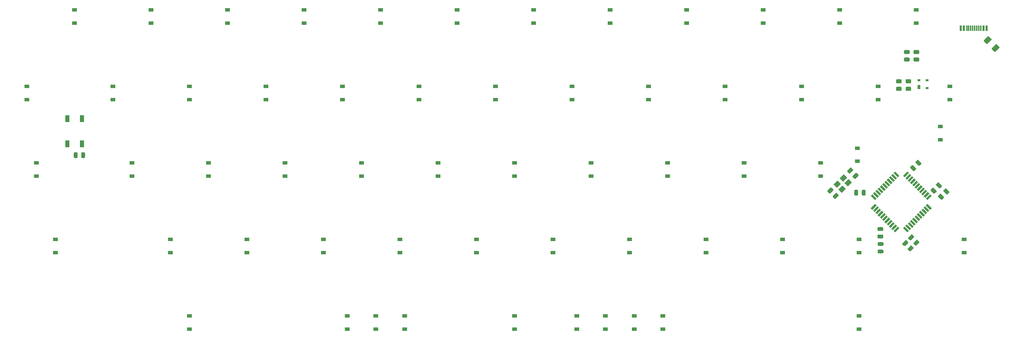
<source format=gbr>
G04 #@! TF.GenerationSoftware,KiCad,Pcbnew,(5.1.4)-1*
G04 #@! TF.CreationDate,2021-02-18T16:48:32-08:00*
G04 #@! TF.ProjectId,IBM029Punch,49424d30-3239-4507-956e-63682e6b6963,rev?*
G04 #@! TF.SameCoordinates,Original*
G04 #@! TF.FileFunction,Paste,Bot*
G04 #@! TF.FilePolarity,Positive*
%FSLAX46Y46*%
G04 Gerber Fmt 4.6, Leading zero omitted, Abs format (unit mm)*
G04 Created by KiCad (PCBNEW (5.1.4)-1) date 2021-02-18 16:48:32*
%MOMM*%
%LPD*%
G04 APERTURE LIST*
%ADD10C,1.200000*%
%ADD11C,0.100000*%
%ADD12R,0.600000X1.450000*%
%ADD13R,0.300000X1.450000*%
%ADD14C,0.550000*%
%ADD15R,0.700000X1.000000*%
%ADD16R,0.700000X0.600000*%
%ADD17R,1.100000X1.800000*%
%ADD18C,0.975000*%
%ADD19C,1.250000*%
%ADD20R,1.200000X0.900000*%
G04 APERTURE END LIST*
D10*
X243789457Y-71143905D03*
D11*
G36*
X243860168Y-70224666D02*
G01*
X244708696Y-71073194D01*
X243718746Y-72063144D01*
X242870218Y-71214616D01*
X243860168Y-70224666D01*
X243860168Y-70224666D01*
G37*
D10*
X242233822Y-72699540D03*
D11*
G36*
X242304533Y-71780301D02*
G01*
X243153061Y-72628829D01*
X242163111Y-73618779D01*
X241314583Y-72770251D01*
X242304533Y-71780301D01*
X242304533Y-71780301D01*
G37*
D10*
X243435903Y-73901621D03*
D11*
G36*
X243506614Y-72982382D02*
G01*
X244355142Y-73830910D01*
X243365192Y-74820860D01*
X242516664Y-73972332D01*
X243506614Y-72982382D01*
X243506614Y-72982382D01*
G37*
D10*
X244991538Y-72345986D03*
D11*
G36*
X245062249Y-71426747D02*
G01*
X245910777Y-72275275D01*
X244920827Y-73265225D01*
X244072299Y-72416697D01*
X245062249Y-71426747D01*
X245062249Y-71426747D01*
G37*
D12*
X279451160Y-33888860D03*
X273001160Y-33888860D03*
X278676160Y-33888860D03*
X273776160Y-33888860D03*
D13*
X274476160Y-33888860D03*
X277976160Y-33888860D03*
X274976160Y-33888860D03*
X277476160Y-33888860D03*
X275476160Y-33888860D03*
X276976160Y-33888860D03*
X276476160Y-33888860D03*
X275976160Y-33888860D03*
D14*
X259377034Y-83998871D03*
D11*
G36*
X258652250Y-83662995D02*
G01*
X259041158Y-83274087D01*
X260101818Y-84334747D01*
X259712910Y-84723655D01*
X258652250Y-83662995D01*
X258652250Y-83662995D01*
G37*
D14*
X259942719Y-83433185D03*
D11*
G36*
X259217935Y-83097309D02*
G01*
X259606843Y-82708401D01*
X260667503Y-83769061D01*
X260278595Y-84157969D01*
X259217935Y-83097309D01*
X259217935Y-83097309D01*
G37*
D14*
X260508404Y-82867500D03*
D11*
G36*
X259783620Y-82531624D02*
G01*
X260172528Y-82142716D01*
X261233188Y-83203376D01*
X260844280Y-83592284D01*
X259783620Y-82531624D01*
X259783620Y-82531624D01*
G37*
D14*
X261074090Y-82301815D03*
D11*
G36*
X260349306Y-81965939D02*
G01*
X260738214Y-81577031D01*
X261798874Y-82637691D01*
X261409966Y-83026599D01*
X260349306Y-81965939D01*
X260349306Y-81965939D01*
G37*
D14*
X261639775Y-81736129D03*
D11*
G36*
X260914991Y-81400253D02*
G01*
X261303899Y-81011345D01*
X262364559Y-82072005D01*
X261975651Y-82460913D01*
X260914991Y-81400253D01*
X260914991Y-81400253D01*
G37*
D14*
X262205461Y-81170444D03*
D11*
G36*
X261480677Y-80834568D02*
G01*
X261869585Y-80445660D01*
X262930245Y-81506320D01*
X262541337Y-81895228D01*
X261480677Y-80834568D01*
X261480677Y-80834568D01*
G37*
D14*
X262771146Y-80604758D03*
D11*
G36*
X262046362Y-80268882D02*
G01*
X262435270Y-79879974D01*
X263495930Y-80940634D01*
X263107022Y-81329542D01*
X262046362Y-80268882D01*
X262046362Y-80268882D01*
G37*
D14*
X263336832Y-80039073D03*
D11*
G36*
X262612048Y-79703197D02*
G01*
X263000956Y-79314289D01*
X264061616Y-80374949D01*
X263672708Y-80763857D01*
X262612048Y-79703197D01*
X262612048Y-79703197D01*
G37*
D14*
X263902517Y-79473387D03*
D11*
G36*
X263177733Y-79137511D02*
G01*
X263566641Y-78748603D01*
X264627301Y-79809263D01*
X264238393Y-80198171D01*
X263177733Y-79137511D01*
X263177733Y-79137511D01*
G37*
D14*
X264468202Y-78907702D03*
D11*
G36*
X263743418Y-78571826D02*
G01*
X264132326Y-78182918D01*
X265192986Y-79243578D01*
X264804078Y-79632486D01*
X263743418Y-78571826D01*
X263743418Y-78571826D01*
G37*
D14*
X265033888Y-78342017D03*
D11*
G36*
X264309104Y-78006141D02*
G01*
X264698012Y-77617233D01*
X265758672Y-78677893D01*
X265369764Y-79066801D01*
X264309104Y-78006141D01*
X264309104Y-78006141D01*
G37*
D14*
X265033888Y-75937853D03*
D11*
G36*
X264698012Y-76662637D02*
G01*
X264309104Y-76273729D01*
X265369764Y-75213069D01*
X265758672Y-75601977D01*
X264698012Y-76662637D01*
X264698012Y-76662637D01*
G37*
D14*
X264468202Y-75372168D03*
D11*
G36*
X264132326Y-76096952D02*
G01*
X263743418Y-75708044D01*
X264804078Y-74647384D01*
X265192986Y-75036292D01*
X264132326Y-76096952D01*
X264132326Y-76096952D01*
G37*
D14*
X263902517Y-74806483D03*
D11*
G36*
X263566641Y-75531267D02*
G01*
X263177733Y-75142359D01*
X264238393Y-74081699D01*
X264627301Y-74470607D01*
X263566641Y-75531267D01*
X263566641Y-75531267D01*
G37*
D14*
X263336832Y-74240797D03*
D11*
G36*
X263000956Y-74965581D02*
G01*
X262612048Y-74576673D01*
X263672708Y-73516013D01*
X264061616Y-73904921D01*
X263000956Y-74965581D01*
X263000956Y-74965581D01*
G37*
D14*
X262771146Y-73675112D03*
D11*
G36*
X262435270Y-74399896D02*
G01*
X262046362Y-74010988D01*
X263107022Y-72950328D01*
X263495930Y-73339236D01*
X262435270Y-74399896D01*
X262435270Y-74399896D01*
G37*
D14*
X262205461Y-73109426D03*
D11*
G36*
X261869585Y-73834210D02*
G01*
X261480677Y-73445302D01*
X262541337Y-72384642D01*
X262930245Y-72773550D01*
X261869585Y-73834210D01*
X261869585Y-73834210D01*
G37*
D14*
X261639775Y-72543741D03*
D11*
G36*
X261303899Y-73268525D02*
G01*
X260914991Y-72879617D01*
X261975651Y-71818957D01*
X262364559Y-72207865D01*
X261303899Y-73268525D01*
X261303899Y-73268525D01*
G37*
D14*
X261074090Y-71978055D03*
D11*
G36*
X260738214Y-72702839D02*
G01*
X260349306Y-72313931D01*
X261409966Y-71253271D01*
X261798874Y-71642179D01*
X260738214Y-72702839D01*
X260738214Y-72702839D01*
G37*
D14*
X260508404Y-71412370D03*
D11*
G36*
X260172528Y-72137154D02*
G01*
X259783620Y-71748246D01*
X260844280Y-70687586D01*
X261233188Y-71076494D01*
X260172528Y-72137154D01*
X260172528Y-72137154D01*
G37*
D14*
X259942719Y-70846685D03*
D11*
G36*
X259606843Y-71571469D02*
G01*
X259217935Y-71182561D01*
X260278595Y-70121901D01*
X260667503Y-70510809D01*
X259606843Y-71571469D01*
X259606843Y-71571469D01*
G37*
D14*
X259377034Y-70280999D03*
D11*
G36*
X259041158Y-71005783D02*
G01*
X258652250Y-70616875D01*
X259712910Y-69556215D01*
X260101818Y-69945123D01*
X259041158Y-71005783D01*
X259041158Y-71005783D01*
G37*
D14*
X256972870Y-70280999D03*
D11*
G36*
X256248086Y-69945123D02*
G01*
X256636994Y-69556215D01*
X257697654Y-70616875D01*
X257308746Y-71005783D01*
X256248086Y-69945123D01*
X256248086Y-69945123D01*
G37*
D14*
X256407185Y-70846685D03*
D11*
G36*
X255682401Y-70510809D02*
G01*
X256071309Y-70121901D01*
X257131969Y-71182561D01*
X256743061Y-71571469D01*
X255682401Y-70510809D01*
X255682401Y-70510809D01*
G37*
D14*
X255841500Y-71412370D03*
D11*
G36*
X255116716Y-71076494D02*
G01*
X255505624Y-70687586D01*
X256566284Y-71748246D01*
X256177376Y-72137154D01*
X255116716Y-71076494D01*
X255116716Y-71076494D01*
G37*
D14*
X255275814Y-71978055D03*
D11*
G36*
X254551030Y-71642179D02*
G01*
X254939938Y-71253271D01*
X256000598Y-72313931D01*
X255611690Y-72702839D01*
X254551030Y-71642179D01*
X254551030Y-71642179D01*
G37*
D14*
X254710129Y-72543741D03*
D11*
G36*
X253985345Y-72207865D02*
G01*
X254374253Y-71818957D01*
X255434913Y-72879617D01*
X255046005Y-73268525D01*
X253985345Y-72207865D01*
X253985345Y-72207865D01*
G37*
D14*
X254144443Y-73109426D03*
D11*
G36*
X253419659Y-72773550D02*
G01*
X253808567Y-72384642D01*
X254869227Y-73445302D01*
X254480319Y-73834210D01*
X253419659Y-72773550D01*
X253419659Y-72773550D01*
G37*
D14*
X253578758Y-73675112D03*
D11*
G36*
X252853974Y-73339236D02*
G01*
X253242882Y-72950328D01*
X254303542Y-74010988D01*
X253914634Y-74399896D01*
X252853974Y-73339236D01*
X252853974Y-73339236D01*
G37*
D14*
X253013072Y-74240797D03*
D11*
G36*
X252288288Y-73904921D02*
G01*
X252677196Y-73516013D01*
X253737856Y-74576673D01*
X253348948Y-74965581D01*
X252288288Y-73904921D01*
X252288288Y-73904921D01*
G37*
D14*
X252447387Y-74806483D03*
D11*
G36*
X251722603Y-74470607D02*
G01*
X252111511Y-74081699D01*
X253172171Y-75142359D01*
X252783263Y-75531267D01*
X251722603Y-74470607D01*
X251722603Y-74470607D01*
G37*
D14*
X251881702Y-75372168D03*
D11*
G36*
X251156918Y-75036292D02*
G01*
X251545826Y-74647384D01*
X252606486Y-75708044D01*
X252217578Y-76096952D01*
X251156918Y-75036292D01*
X251156918Y-75036292D01*
G37*
D14*
X251316016Y-75937853D03*
D11*
G36*
X250591232Y-75601977D02*
G01*
X250980140Y-75213069D01*
X252040800Y-76273729D01*
X251651892Y-76662637D01*
X250591232Y-75601977D01*
X250591232Y-75601977D01*
G37*
D14*
X251316016Y-78342017D03*
D11*
G36*
X250980140Y-79066801D02*
G01*
X250591232Y-78677893D01*
X251651892Y-77617233D01*
X252040800Y-78006141D01*
X250980140Y-79066801D01*
X250980140Y-79066801D01*
G37*
D14*
X251881702Y-78907702D03*
D11*
G36*
X251545826Y-79632486D02*
G01*
X251156918Y-79243578D01*
X252217578Y-78182918D01*
X252606486Y-78571826D01*
X251545826Y-79632486D01*
X251545826Y-79632486D01*
G37*
D14*
X252447387Y-79473387D03*
D11*
G36*
X252111511Y-80198171D02*
G01*
X251722603Y-79809263D01*
X252783263Y-78748603D01*
X253172171Y-79137511D01*
X252111511Y-80198171D01*
X252111511Y-80198171D01*
G37*
D14*
X253013072Y-80039073D03*
D11*
G36*
X252677196Y-80763857D02*
G01*
X252288288Y-80374949D01*
X253348948Y-79314289D01*
X253737856Y-79703197D01*
X252677196Y-80763857D01*
X252677196Y-80763857D01*
G37*
D14*
X253578758Y-80604758D03*
D11*
G36*
X253242882Y-81329542D02*
G01*
X252853974Y-80940634D01*
X253914634Y-79879974D01*
X254303542Y-80268882D01*
X253242882Y-81329542D01*
X253242882Y-81329542D01*
G37*
D14*
X254144443Y-81170444D03*
D11*
G36*
X253808567Y-81895228D02*
G01*
X253419659Y-81506320D01*
X254480319Y-80445660D01*
X254869227Y-80834568D01*
X253808567Y-81895228D01*
X253808567Y-81895228D01*
G37*
D14*
X254710129Y-81736129D03*
D11*
G36*
X254374253Y-82460913D02*
G01*
X253985345Y-82072005D01*
X255046005Y-81011345D01*
X255434913Y-81400253D01*
X254374253Y-82460913D01*
X254374253Y-82460913D01*
G37*
D14*
X255275814Y-82301815D03*
D11*
G36*
X254939938Y-83026599D02*
G01*
X254551030Y-82637691D01*
X255611690Y-81577031D01*
X256000598Y-81965939D01*
X254939938Y-83026599D01*
X254939938Y-83026599D01*
G37*
D14*
X255841500Y-82867500D03*
D11*
G36*
X255505624Y-83592284D02*
G01*
X255116716Y-83203376D01*
X256177376Y-82142716D01*
X256566284Y-82531624D01*
X255505624Y-83592284D01*
X255505624Y-83592284D01*
G37*
D14*
X256407185Y-83433185D03*
D11*
G36*
X256071309Y-84157969D02*
G01*
X255682401Y-83769061D01*
X256743061Y-82708401D01*
X257131969Y-83097309D01*
X256071309Y-84157969D01*
X256071309Y-84157969D01*
G37*
D14*
X256972870Y-83998871D03*
D11*
G36*
X256636994Y-84723655D02*
G01*
X256248086Y-84334747D01*
X257308746Y-83274087D01*
X257697654Y-83662995D01*
X256636994Y-84723655D01*
X256636994Y-84723655D01*
G37*
D15*
X262591800Y-48542600D03*
D16*
X264591800Y-48742600D03*
X262591800Y-46842600D03*
X264591800Y-46842600D03*
D17*
X50537720Y-62631500D03*
X54237720Y-56431500D03*
X54237720Y-62631500D03*
X50537720Y-56431500D03*
D11*
G36*
X266116432Y-73582849D02*
G01*
X266140093Y-73586359D01*
X266163297Y-73592171D01*
X266185819Y-73600229D01*
X266207443Y-73610457D01*
X266227960Y-73622754D01*
X266247173Y-73637004D01*
X266264897Y-73653068D01*
X266910132Y-74298303D01*
X266926196Y-74316027D01*
X266940446Y-74335240D01*
X266952743Y-74355757D01*
X266962971Y-74377381D01*
X266971029Y-74399903D01*
X266976841Y-74423107D01*
X266980351Y-74446768D01*
X266981525Y-74470660D01*
X266980351Y-74494552D01*
X266976841Y-74518213D01*
X266971029Y-74541417D01*
X266962971Y-74563939D01*
X266952743Y-74585563D01*
X266940446Y-74606080D01*
X266926196Y-74625293D01*
X266910132Y-74643017D01*
X266565417Y-74987732D01*
X266547693Y-75003796D01*
X266528480Y-75018046D01*
X266507963Y-75030343D01*
X266486339Y-75040571D01*
X266463817Y-75048629D01*
X266440613Y-75054441D01*
X266416952Y-75057951D01*
X266393060Y-75059125D01*
X266369168Y-75057951D01*
X266345507Y-75054441D01*
X266322303Y-75048629D01*
X266299781Y-75040571D01*
X266278157Y-75030343D01*
X266257640Y-75018046D01*
X266238427Y-75003796D01*
X266220703Y-74987732D01*
X265575468Y-74342497D01*
X265559404Y-74324773D01*
X265545154Y-74305560D01*
X265532857Y-74285043D01*
X265522629Y-74263419D01*
X265514571Y-74240897D01*
X265508759Y-74217693D01*
X265505249Y-74194032D01*
X265504075Y-74170140D01*
X265505249Y-74146248D01*
X265508759Y-74122587D01*
X265514571Y-74099383D01*
X265522629Y-74076861D01*
X265532857Y-74055237D01*
X265545154Y-74034720D01*
X265559404Y-74015507D01*
X265575468Y-73997783D01*
X265920183Y-73653068D01*
X265937907Y-73637004D01*
X265957120Y-73622754D01*
X265977637Y-73610457D01*
X265999261Y-73600229D01*
X266021783Y-73592171D01*
X266044987Y-73586359D01*
X266068648Y-73582849D01*
X266092540Y-73581675D01*
X266116432Y-73582849D01*
X266116432Y-73582849D01*
G37*
D18*
X266242800Y-74320400D03*
D11*
G36*
X267442258Y-72257023D02*
G01*
X267465919Y-72260533D01*
X267489123Y-72266345D01*
X267511645Y-72274403D01*
X267533269Y-72284631D01*
X267553786Y-72296928D01*
X267572999Y-72311178D01*
X267590723Y-72327242D01*
X268235958Y-72972477D01*
X268252022Y-72990201D01*
X268266272Y-73009414D01*
X268278569Y-73029931D01*
X268288797Y-73051555D01*
X268296855Y-73074077D01*
X268302667Y-73097281D01*
X268306177Y-73120942D01*
X268307351Y-73144834D01*
X268306177Y-73168726D01*
X268302667Y-73192387D01*
X268296855Y-73215591D01*
X268288797Y-73238113D01*
X268278569Y-73259737D01*
X268266272Y-73280254D01*
X268252022Y-73299467D01*
X268235958Y-73317191D01*
X267891243Y-73661906D01*
X267873519Y-73677970D01*
X267854306Y-73692220D01*
X267833789Y-73704517D01*
X267812165Y-73714745D01*
X267789643Y-73722803D01*
X267766439Y-73728615D01*
X267742778Y-73732125D01*
X267718886Y-73733299D01*
X267694994Y-73732125D01*
X267671333Y-73728615D01*
X267648129Y-73722803D01*
X267625607Y-73714745D01*
X267603983Y-73704517D01*
X267583466Y-73692220D01*
X267564253Y-73677970D01*
X267546529Y-73661906D01*
X266901294Y-73016671D01*
X266885230Y-72998947D01*
X266870980Y-72979734D01*
X266858683Y-72959217D01*
X266848455Y-72937593D01*
X266840397Y-72915071D01*
X266834585Y-72891867D01*
X266831075Y-72868206D01*
X266829901Y-72844314D01*
X266831075Y-72820422D01*
X266834585Y-72796761D01*
X266840397Y-72773557D01*
X266848455Y-72751035D01*
X266858683Y-72729411D01*
X266870980Y-72708894D01*
X266885230Y-72689681D01*
X266901294Y-72671957D01*
X267246009Y-72327242D01*
X267263733Y-72311178D01*
X267282946Y-72296928D01*
X267303463Y-72284631D01*
X267325087Y-72274403D01*
X267347609Y-72266345D01*
X267370813Y-72260533D01*
X267394474Y-72257023D01*
X267418366Y-72255849D01*
X267442258Y-72257023D01*
X267442258Y-72257023D01*
G37*
D18*
X267568626Y-72994574D03*
D11*
G36*
X260437542Y-46610944D02*
G01*
X260461203Y-46614454D01*
X260484407Y-46620266D01*
X260506929Y-46628324D01*
X260528553Y-46638552D01*
X260549070Y-46650849D01*
X260568283Y-46665099D01*
X260586007Y-46681163D01*
X260602071Y-46698887D01*
X260616321Y-46718100D01*
X260628618Y-46738617D01*
X260638846Y-46760241D01*
X260646904Y-46782763D01*
X260652716Y-46805967D01*
X260656226Y-46829628D01*
X260657400Y-46853520D01*
X260657400Y-47341020D01*
X260656226Y-47364912D01*
X260652716Y-47388573D01*
X260646904Y-47411777D01*
X260638846Y-47434299D01*
X260628618Y-47455923D01*
X260616321Y-47476440D01*
X260602071Y-47495653D01*
X260586007Y-47513377D01*
X260568283Y-47529441D01*
X260549070Y-47543691D01*
X260528553Y-47555988D01*
X260506929Y-47566216D01*
X260484407Y-47574274D01*
X260461203Y-47580086D01*
X260437542Y-47583596D01*
X260413650Y-47584770D01*
X259501150Y-47584770D01*
X259477258Y-47583596D01*
X259453597Y-47580086D01*
X259430393Y-47574274D01*
X259407871Y-47566216D01*
X259386247Y-47555988D01*
X259365730Y-47543691D01*
X259346517Y-47529441D01*
X259328793Y-47513377D01*
X259312729Y-47495653D01*
X259298479Y-47476440D01*
X259286182Y-47455923D01*
X259275954Y-47434299D01*
X259267896Y-47411777D01*
X259262084Y-47388573D01*
X259258574Y-47364912D01*
X259257400Y-47341020D01*
X259257400Y-46853520D01*
X259258574Y-46829628D01*
X259262084Y-46805967D01*
X259267896Y-46782763D01*
X259275954Y-46760241D01*
X259286182Y-46738617D01*
X259298479Y-46718100D01*
X259312729Y-46698887D01*
X259328793Y-46681163D01*
X259346517Y-46665099D01*
X259365730Y-46650849D01*
X259386247Y-46638552D01*
X259407871Y-46628324D01*
X259430393Y-46620266D01*
X259453597Y-46614454D01*
X259477258Y-46610944D01*
X259501150Y-46609770D01*
X260413650Y-46609770D01*
X260437542Y-46610944D01*
X260437542Y-46610944D01*
G37*
D18*
X259957400Y-47097270D03*
D11*
G36*
X260437542Y-48485944D02*
G01*
X260461203Y-48489454D01*
X260484407Y-48495266D01*
X260506929Y-48503324D01*
X260528553Y-48513552D01*
X260549070Y-48525849D01*
X260568283Y-48540099D01*
X260586007Y-48556163D01*
X260602071Y-48573887D01*
X260616321Y-48593100D01*
X260628618Y-48613617D01*
X260638846Y-48635241D01*
X260646904Y-48657763D01*
X260652716Y-48680967D01*
X260656226Y-48704628D01*
X260657400Y-48728520D01*
X260657400Y-49216020D01*
X260656226Y-49239912D01*
X260652716Y-49263573D01*
X260646904Y-49286777D01*
X260638846Y-49309299D01*
X260628618Y-49330923D01*
X260616321Y-49351440D01*
X260602071Y-49370653D01*
X260586007Y-49388377D01*
X260568283Y-49404441D01*
X260549070Y-49418691D01*
X260528553Y-49430988D01*
X260506929Y-49441216D01*
X260484407Y-49449274D01*
X260461203Y-49455086D01*
X260437542Y-49458596D01*
X260413650Y-49459770D01*
X259501150Y-49459770D01*
X259477258Y-49458596D01*
X259453597Y-49455086D01*
X259430393Y-49449274D01*
X259407871Y-49441216D01*
X259386247Y-49430988D01*
X259365730Y-49418691D01*
X259346517Y-49404441D01*
X259328793Y-49388377D01*
X259312729Y-49370653D01*
X259298479Y-49351440D01*
X259286182Y-49330923D01*
X259275954Y-49309299D01*
X259267896Y-49286777D01*
X259262084Y-49263573D01*
X259258574Y-49239912D01*
X259257400Y-49216020D01*
X259257400Y-48728520D01*
X259258574Y-48704628D01*
X259262084Y-48680967D01*
X259267896Y-48657763D01*
X259275954Y-48635241D01*
X259286182Y-48613617D01*
X259298479Y-48593100D01*
X259312729Y-48573887D01*
X259328793Y-48556163D01*
X259346517Y-48540099D01*
X259365730Y-48525849D01*
X259386247Y-48513552D01*
X259407871Y-48503324D01*
X259430393Y-48495266D01*
X259453597Y-48489454D01*
X259477258Y-48485944D01*
X259501150Y-48484770D01*
X260413650Y-48484770D01*
X260437542Y-48485944D01*
X260437542Y-48485944D01*
G37*
D18*
X259957400Y-48972270D03*
D11*
G36*
X258056282Y-46610944D02*
G01*
X258079943Y-46614454D01*
X258103147Y-46620266D01*
X258125669Y-46628324D01*
X258147293Y-46638552D01*
X258167810Y-46650849D01*
X258187023Y-46665099D01*
X258204747Y-46681163D01*
X258220811Y-46698887D01*
X258235061Y-46718100D01*
X258247358Y-46738617D01*
X258257586Y-46760241D01*
X258265644Y-46782763D01*
X258271456Y-46805967D01*
X258274966Y-46829628D01*
X258276140Y-46853520D01*
X258276140Y-47341020D01*
X258274966Y-47364912D01*
X258271456Y-47388573D01*
X258265644Y-47411777D01*
X258257586Y-47434299D01*
X258247358Y-47455923D01*
X258235061Y-47476440D01*
X258220811Y-47495653D01*
X258204747Y-47513377D01*
X258187023Y-47529441D01*
X258167810Y-47543691D01*
X258147293Y-47555988D01*
X258125669Y-47566216D01*
X258103147Y-47574274D01*
X258079943Y-47580086D01*
X258056282Y-47583596D01*
X258032390Y-47584770D01*
X257119890Y-47584770D01*
X257095998Y-47583596D01*
X257072337Y-47580086D01*
X257049133Y-47574274D01*
X257026611Y-47566216D01*
X257004987Y-47555988D01*
X256984470Y-47543691D01*
X256965257Y-47529441D01*
X256947533Y-47513377D01*
X256931469Y-47495653D01*
X256917219Y-47476440D01*
X256904922Y-47455923D01*
X256894694Y-47434299D01*
X256886636Y-47411777D01*
X256880824Y-47388573D01*
X256877314Y-47364912D01*
X256876140Y-47341020D01*
X256876140Y-46853520D01*
X256877314Y-46829628D01*
X256880824Y-46805967D01*
X256886636Y-46782763D01*
X256894694Y-46760241D01*
X256904922Y-46738617D01*
X256917219Y-46718100D01*
X256931469Y-46698887D01*
X256947533Y-46681163D01*
X256965257Y-46665099D01*
X256984470Y-46650849D01*
X257004987Y-46638552D01*
X257026611Y-46628324D01*
X257049133Y-46620266D01*
X257072337Y-46614454D01*
X257095998Y-46610944D01*
X257119890Y-46609770D01*
X258032390Y-46609770D01*
X258056282Y-46610944D01*
X258056282Y-46610944D01*
G37*
D18*
X257576140Y-47097270D03*
D11*
G36*
X258056282Y-48485944D02*
G01*
X258079943Y-48489454D01*
X258103147Y-48495266D01*
X258125669Y-48503324D01*
X258147293Y-48513552D01*
X258167810Y-48525849D01*
X258187023Y-48540099D01*
X258204747Y-48556163D01*
X258220811Y-48573887D01*
X258235061Y-48593100D01*
X258247358Y-48613617D01*
X258257586Y-48635241D01*
X258265644Y-48657763D01*
X258271456Y-48680967D01*
X258274966Y-48704628D01*
X258276140Y-48728520D01*
X258276140Y-49216020D01*
X258274966Y-49239912D01*
X258271456Y-49263573D01*
X258265644Y-49286777D01*
X258257586Y-49309299D01*
X258247358Y-49330923D01*
X258235061Y-49351440D01*
X258220811Y-49370653D01*
X258204747Y-49388377D01*
X258187023Y-49404441D01*
X258167810Y-49418691D01*
X258147293Y-49430988D01*
X258125669Y-49441216D01*
X258103147Y-49449274D01*
X258079943Y-49455086D01*
X258056282Y-49458596D01*
X258032390Y-49459770D01*
X257119890Y-49459770D01*
X257095998Y-49458596D01*
X257072337Y-49455086D01*
X257049133Y-49449274D01*
X257026611Y-49441216D01*
X257004987Y-49430988D01*
X256984470Y-49418691D01*
X256965257Y-49404441D01*
X256947533Y-49388377D01*
X256931469Y-49370653D01*
X256917219Y-49351440D01*
X256904922Y-49330923D01*
X256894694Y-49309299D01*
X256886636Y-49286777D01*
X256880824Y-49263573D01*
X256877314Y-49239912D01*
X256876140Y-49216020D01*
X256876140Y-48728520D01*
X256877314Y-48704628D01*
X256880824Y-48680967D01*
X256886636Y-48657763D01*
X256894694Y-48635241D01*
X256904922Y-48613617D01*
X256917219Y-48593100D01*
X256931469Y-48573887D01*
X256947533Y-48556163D01*
X256965257Y-48540099D01*
X256984470Y-48525849D01*
X257004987Y-48513552D01*
X257026611Y-48503324D01*
X257049133Y-48495266D01*
X257072337Y-48489454D01*
X257095998Y-48485944D01*
X257119890Y-48484770D01*
X258032390Y-48484770D01*
X258056282Y-48485944D01*
X258056282Y-48485944D01*
G37*
D18*
X257576140Y-48972270D03*
D11*
G36*
X54783492Y-64785824D02*
G01*
X54807153Y-64789334D01*
X54830357Y-64795146D01*
X54852879Y-64803204D01*
X54874503Y-64813432D01*
X54895020Y-64825729D01*
X54914233Y-64839979D01*
X54931957Y-64856043D01*
X54948021Y-64873767D01*
X54962271Y-64892980D01*
X54974568Y-64913497D01*
X54984796Y-64935121D01*
X54992854Y-64957643D01*
X54998666Y-64980847D01*
X55002176Y-65004508D01*
X55003350Y-65028400D01*
X55003350Y-65940900D01*
X55002176Y-65964792D01*
X54998666Y-65988453D01*
X54992854Y-66011657D01*
X54984796Y-66034179D01*
X54974568Y-66055803D01*
X54962271Y-66076320D01*
X54948021Y-66095533D01*
X54931957Y-66113257D01*
X54914233Y-66129321D01*
X54895020Y-66143571D01*
X54874503Y-66155868D01*
X54852879Y-66166096D01*
X54830357Y-66174154D01*
X54807153Y-66179966D01*
X54783492Y-66183476D01*
X54759600Y-66184650D01*
X54272100Y-66184650D01*
X54248208Y-66183476D01*
X54224547Y-66179966D01*
X54201343Y-66174154D01*
X54178821Y-66166096D01*
X54157197Y-66155868D01*
X54136680Y-66143571D01*
X54117467Y-66129321D01*
X54099743Y-66113257D01*
X54083679Y-66095533D01*
X54069429Y-66076320D01*
X54057132Y-66055803D01*
X54046904Y-66034179D01*
X54038846Y-66011657D01*
X54033034Y-65988453D01*
X54029524Y-65964792D01*
X54028350Y-65940900D01*
X54028350Y-65028400D01*
X54029524Y-65004508D01*
X54033034Y-64980847D01*
X54038846Y-64957643D01*
X54046904Y-64935121D01*
X54057132Y-64913497D01*
X54069429Y-64892980D01*
X54083679Y-64873767D01*
X54099743Y-64856043D01*
X54117467Y-64839979D01*
X54136680Y-64825729D01*
X54157197Y-64813432D01*
X54178821Y-64803204D01*
X54201343Y-64795146D01*
X54224547Y-64789334D01*
X54248208Y-64785824D01*
X54272100Y-64784650D01*
X54759600Y-64784650D01*
X54783492Y-64785824D01*
X54783492Y-64785824D01*
G37*
D18*
X54515850Y-65484650D03*
D11*
G36*
X52908492Y-64785824D02*
G01*
X52932153Y-64789334D01*
X52955357Y-64795146D01*
X52977879Y-64803204D01*
X52999503Y-64813432D01*
X53020020Y-64825729D01*
X53039233Y-64839979D01*
X53056957Y-64856043D01*
X53073021Y-64873767D01*
X53087271Y-64892980D01*
X53099568Y-64913497D01*
X53109796Y-64935121D01*
X53117854Y-64957643D01*
X53123666Y-64980847D01*
X53127176Y-65004508D01*
X53128350Y-65028400D01*
X53128350Y-65940900D01*
X53127176Y-65964792D01*
X53123666Y-65988453D01*
X53117854Y-66011657D01*
X53109796Y-66034179D01*
X53099568Y-66055803D01*
X53087271Y-66076320D01*
X53073021Y-66095533D01*
X53056957Y-66113257D01*
X53039233Y-66129321D01*
X53020020Y-66143571D01*
X52999503Y-66155868D01*
X52977879Y-66166096D01*
X52955357Y-66174154D01*
X52932153Y-66179966D01*
X52908492Y-66183476D01*
X52884600Y-66184650D01*
X52397100Y-66184650D01*
X52373208Y-66183476D01*
X52349547Y-66179966D01*
X52326343Y-66174154D01*
X52303821Y-66166096D01*
X52282197Y-66155868D01*
X52261680Y-66143571D01*
X52242467Y-66129321D01*
X52224743Y-66113257D01*
X52208679Y-66095533D01*
X52194429Y-66076320D01*
X52182132Y-66055803D01*
X52171904Y-66034179D01*
X52163846Y-66011657D01*
X52158034Y-65988453D01*
X52154524Y-65964792D01*
X52153350Y-65940900D01*
X52153350Y-65028400D01*
X52154524Y-65004508D01*
X52158034Y-64980847D01*
X52163846Y-64957643D01*
X52171904Y-64935121D01*
X52182132Y-64913497D01*
X52194429Y-64892980D01*
X52208679Y-64873767D01*
X52224743Y-64856043D01*
X52242467Y-64839979D01*
X52261680Y-64825729D01*
X52282197Y-64813432D01*
X52303821Y-64803204D01*
X52326343Y-64795146D01*
X52349547Y-64789334D01*
X52373208Y-64785824D01*
X52397100Y-64784650D01*
X52884600Y-64784650D01*
X52908492Y-64785824D01*
X52908492Y-64785824D01*
G37*
D18*
X52640850Y-65484650D03*
D11*
G36*
X260037482Y-39310724D02*
G01*
X260061143Y-39314234D01*
X260084347Y-39320046D01*
X260106869Y-39328104D01*
X260128493Y-39338332D01*
X260149010Y-39350629D01*
X260168223Y-39364879D01*
X260185947Y-39380943D01*
X260202011Y-39398667D01*
X260216261Y-39417880D01*
X260228558Y-39438397D01*
X260238786Y-39460021D01*
X260246844Y-39482543D01*
X260252656Y-39505747D01*
X260256166Y-39529408D01*
X260257340Y-39553300D01*
X260257340Y-40040800D01*
X260256166Y-40064692D01*
X260252656Y-40088353D01*
X260246844Y-40111557D01*
X260238786Y-40134079D01*
X260228558Y-40155703D01*
X260216261Y-40176220D01*
X260202011Y-40195433D01*
X260185947Y-40213157D01*
X260168223Y-40229221D01*
X260149010Y-40243471D01*
X260128493Y-40255768D01*
X260106869Y-40265996D01*
X260084347Y-40274054D01*
X260061143Y-40279866D01*
X260037482Y-40283376D01*
X260013590Y-40284550D01*
X259101090Y-40284550D01*
X259077198Y-40283376D01*
X259053537Y-40279866D01*
X259030333Y-40274054D01*
X259007811Y-40265996D01*
X258986187Y-40255768D01*
X258965670Y-40243471D01*
X258946457Y-40229221D01*
X258928733Y-40213157D01*
X258912669Y-40195433D01*
X258898419Y-40176220D01*
X258886122Y-40155703D01*
X258875894Y-40134079D01*
X258867836Y-40111557D01*
X258862024Y-40088353D01*
X258858514Y-40064692D01*
X258857340Y-40040800D01*
X258857340Y-39553300D01*
X258858514Y-39529408D01*
X258862024Y-39505747D01*
X258867836Y-39482543D01*
X258875894Y-39460021D01*
X258886122Y-39438397D01*
X258898419Y-39417880D01*
X258912669Y-39398667D01*
X258928733Y-39380943D01*
X258946457Y-39364879D01*
X258965670Y-39350629D01*
X258986187Y-39338332D01*
X259007811Y-39328104D01*
X259030333Y-39320046D01*
X259053537Y-39314234D01*
X259077198Y-39310724D01*
X259101090Y-39309550D01*
X260013590Y-39309550D01*
X260037482Y-39310724D01*
X260037482Y-39310724D01*
G37*
D18*
X259557340Y-39797050D03*
D11*
G36*
X260037482Y-41185724D02*
G01*
X260061143Y-41189234D01*
X260084347Y-41195046D01*
X260106869Y-41203104D01*
X260128493Y-41213332D01*
X260149010Y-41225629D01*
X260168223Y-41239879D01*
X260185947Y-41255943D01*
X260202011Y-41273667D01*
X260216261Y-41292880D01*
X260228558Y-41313397D01*
X260238786Y-41335021D01*
X260246844Y-41357543D01*
X260252656Y-41380747D01*
X260256166Y-41404408D01*
X260257340Y-41428300D01*
X260257340Y-41915800D01*
X260256166Y-41939692D01*
X260252656Y-41963353D01*
X260246844Y-41986557D01*
X260238786Y-42009079D01*
X260228558Y-42030703D01*
X260216261Y-42051220D01*
X260202011Y-42070433D01*
X260185947Y-42088157D01*
X260168223Y-42104221D01*
X260149010Y-42118471D01*
X260128493Y-42130768D01*
X260106869Y-42140996D01*
X260084347Y-42149054D01*
X260061143Y-42154866D01*
X260037482Y-42158376D01*
X260013590Y-42159550D01*
X259101090Y-42159550D01*
X259077198Y-42158376D01*
X259053537Y-42154866D01*
X259030333Y-42149054D01*
X259007811Y-42140996D01*
X258986187Y-42130768D01*
X258965670Y-42118471D01*
X258946457Y-42104221D01*
X258928733Y-42088157D01*
X258912669Y-42070433D01*
X258898419Y-42051220D01*
X258886122Y-42030703D01*
X258875894Y-42009079D01*
X258867836Y-41986557D01*
X258862024Y-41963353D01*
X258858514Y-41939692D01*
X258857340Y-41915800D01*
X258857340Y-41428300D01*
X258858514Y-41404408D01*
X258862024Y-41380747D01*
X258867836Y-41357543D01*
X258875894Y-41335021D01*
X258886122Y-41313397D01*
X258898419Y-41292880D01*
X258912669Y-41273667D01*
X258928733Y-41255943D01*
X258946457Y-41239879D01*
X258965670Y-41225629D01*
X258986187Y-41213332D01*
X259007811Y-41203104D01*
X259030333Y-41195046D01*
X259053537Y-41189234D01*
X259077198Y-41185724D01*
X259101090Y-41184550D01*
X260013590Y-41184550D01*
X260037482Y-41185724D01*
X260037482Y-41185724D01*
G37*
D18*
X259557340Y-41672050D03*
D11*
G36*
X262418742Y-39310724D02*
G01*
X262442403Y-39314234D01*
X262465607Y-39320046D01*
X262488129Y-39328104D01*
X262509753Y-39338332D01*
X262530270Y-39350629D01*
X262549483Y-39364879D01*
X262567207Y-39380943D01*
X262583271Y-39398667D01*
X262597521Y-39417880D01*
X262609818Y-39438397D01*
X262620046Y-39460021D01*
X262628104Y-39482543D01*
X262633916Y-39505747D01*
X262637426Y-39529408D01*
X262638600Y-39553300D01*
X262638600Y-40040800D01*
X262637426Y-40064692D01*
X262633916Y-40088353D01*
X262628104Y-40111557D01*
X262620046Y-40134079D01*
X262609818Y-40155703D01*
X262597521Y-40176220D01*
X262583271Y-40195433D01*
X262567207Y-40213157D01*
X262549483Y-40229221D01*
X262530270Y-40243471D01*
X262509753Y-40255768D01*
X262488129Y-40265996D01*
X262465607Y-40274054D01*
X262442403Y-40279866D01*
X262418742Y-40283376D01*
X262394850Y-40284550D01*
X261482350Y-40284550D01*
X261458458Y-40283376D01*
X261434797Y-40279866D01*
X261411593Y-40274054D01*
X261389071Y-40265996D01*
X261367447Y-40255768D01*
X261346930Y-40243471D01*
X261327717Y-40229221D01*
X261309993Y-40213157D01*
X261293929Y-40195433D01*
X261279679Y-40176220D01*
X261267382Y-40155703D01*
X261257154Y-40134079D01*
X261249096Y-40111557D01*
X261243284Y-40088353D01*
X261239774Y-40064692D01*
X261238600Y-40040800D01*
X261238600Y-39553300D01*
X261239774Y-39529408D01*
X261243284Y-39505747D01*
X261249096Y-39482543D01*
X261257154Y-39460021D01*
X261267382Y-39438397D01*
X261279679Y-39417880D01*
X261293929Y-39398667D01*
X261309993Y-39380943D01*
X261327717Y-39364879D01*
X261346930Y-39350629D01*
X261367447Y-39338332D01*
X261389071Y-39328104D01*
X261411593Y-39320046D01*
X261434797Y-39314234D01*
X261458458Y-39310724D01*
X261482350Y-39309550D01*
X262394850Y-39309550D01*
X262418742Y-39310724D01*
X262418742Y-39310724D01*
G37*
D18*
X261938600Y-39797050D03*
D11*
G36*
X262418742Y-41185724D02*
G01*
X262442403Y-41189234D01*
X262465607Y-41195046D01*
X262488129Y-41203104D01*
X262509753Y-41213332D01*
X262530270Y-41225629D01*
X262549483Y-41239879D01*
X262567207Y-41255943D01*
X262583271Y-41273667D01*
X262597521Y-41292880D01*
X262609818Y-41313397D01*
X262620046Y-41335021D01*
X262628104Y-41357543D01*
X262633916Y-41380747D01*
X262637426Y-41404408D01*
X262638600Y-41428300D01*
X262638600Y-41915800D01*
X262637426Y-41939692D01*
X262633916Y-41963353D01*
X262628104Y-41986557D01*
X262620046Y-42009079D01*
X262609818Y-42030703D01*
X262597521Y-42051220D01*
X262583271Y-42070433D01*
X262567207Y-42088157D01*
X262549483Y-42104221D01*
X262530270Y-42118471D01*
X262509753Y-42130768D01*
X262488129Y-42140996D01*
X262465607Y-42149054D01*
X262442403Y-42154866D01*
X262418742Y-42158376D01*
X262394850Y-42159550D01*
X261482350Y-42159550D01*
X261458458Y-42158376D01*
X261434797Y-42154866D01*
X261411593Y-42149054D01*
X261389071Y-42140996D01*
X261367447Y-42130768D01*
X261346930Y-42118471D01*
X261327717Y-42104221D01*
X261309993Y-42088157D01*
X261293929Y-42070433D01*
X261279679Y-42051220D01*
X261267382Y-42030703D01*
X261257154Y-42009079D01*
X261249096Y-41986557D01*
X261243284Y-41963353D01*
X261239774Y-41939692D01*
X261238600Y-41915800D01*
X261238600Y-41428300D01*
X261239774Y-41404408D01*
X261243284Y-41380747D01*
X261249096Y-41357543D01*
X261257154Y-41335021D01*
X261267382Y-41313397D01*
X261279679Y-41292880D01*
X261293929Y-41273667D01*
X261309993Y-41255943D01*
X261327717Y-41239879D01*
X261346930Y-41225629D01*
X261367447Y-41213332D01*
X261389071Y-41203104D01*
X261411593Y-41195046D01*
X261434797Y-41189234D01*
X261458458Y-41185724D01*
X261482350Y-41184550D01*
X262394850Y-41184550D01*
X262418742Y-41185724D01*
X262418742Y-41185724D01*
G37*
D18*
X261938600Y-41672050D03*
D11*
G36*
X279907383Y-35875399D02*
G01*
X279931652Y-35878999D01*
X279955450Y-35884960D01*
X279978550Y-35893225D01*
X280000728Y-35903715D01*
X280021772Y-35916328D01*
X280041477Y-35930942D01*
X280059656Y-35947418D01*
X280589986Y-36477748D01*
X280606462Y-36495927D01*
X280621076Y-36515632D01*
X280633689Y-36536676D01*
X280644179Y-36558854D01*
X280652444Y-36581954D01*
X280658405Y-36605752D01*
X280662005Y-36630021D01*
X280663209Y-36654525D01*
X280662005Y-36679029D01*
X280658405Y-36703298D01*
X280652444Y-36727096D01*
X280644179Y-36750196D01*
X280633689Y-36772374D01*
X280621076Y-36793418D01*
X280606462Y-36813123D01*
X280589986Y-36831302D01*
X279706102Y-37715186D01*
X279687923Y-37731662D01*
X279668218Y-37746276D01*
X279647174Y-37758889D01*
X279624996Y-37769379D01*
X279601896Y-37777644D01*
X279578098Y-37783605D01*
X279553829Y-37787205D01*
X279529325Y-37788409D01*
X279504821Y-37787205D01*
X279480552Y-37783605D01*
X279456754Y-37777644D01*
X279433654Y-37769379D01*
X279411476Y-37758889D01*
X279390432Y-37746276D01*
X279370727Y-37731662D01*
X279352548Y-37715186D01*
X278822218Y-37184856D01*
X278805742Y-37166677D01*
X278791128Y-37146972D01*
X278778515Y-37125928D01*
X278768025Y-37103750D01*
X278759760Y-37080650D01*
X278753799Y-37056852D01*
X278750199Y-37032583D01*
X278748995Y-37008079D01*
X278750199Y-36983575D01*
X278753799Y-36959306D01*
X278759760Y-36935508D01*
X278768025Y-36912408D01*
X278778515Y-36890230D01*
X278791128Y-36869186D01*
X278805742Y-36849481D01*
X278822218Y-36831302D01*
X279706102Y-35947418D01*
X279724281Y-35930942D01*
X279743986Y-35916328D01*
X279765030Y-35903715D01*
X279787208Y-35893225D01*
X279810308Y-35884960D01*
X279834106Y-35878999D01*
X279858375Y-35875399D01*
X279882879Y-35874195D01*
X279907383Y-35875399D01*
X279907383Y-35875399D01*
G37*
D19*
X279706102Y-36831302D03*
D11*
G36*
X281887281Y-37855297D02*
G01*
X281911550Y-37858897D01*
X281935348Y-37864858D01*
X281958448Y-37873123D01*
X281980626Y-37883613D01*
X282001670Y-37896226D01*
X282021375Y-37910840D01*
X282039554Y-37927316D01*
X282569884Y-38457646D01*
X282586360Y-38475825D01*
X282600974Y-38495530D01*
X282613587Y-38516574D01*
X282624077Y-38538752D01*
X282632342Y-38561852D01*
X282638303Y-38585650D01*
X282641903Y-38609919D01*
X282643107Y-38634423D01*
X282641903Y-38658927D01*
X282638303Y-38683196D01*
X282632342Y-38706994D01*
X282624077Y-38730094D01*
X282613587Y-38752272D01*
X282600974Y-38773316D01*
X282586360Y-38793021D01*
X282569884Y-38811200D01*
X281686000Y-39695084D01*
X281667821Y-39711560D01*
X281648116Y-39726174D01*
X281627072Y-39738787D01*
X281604894Y-39749277D01*
X281581794Y-39757542D01*
X281557996Y-39763503D01*
X281533727Y-39767103D01*
X281509223Y-39768307D01*
X281484719Y-39767103D01*
X281460450Y-39763503D01*
X281436652Y-39757542D01*
X281413552Y-39749277D01*
X281391374Y-39738787D01*
X281370330Y-39726174D01*
X281350625Y-39711560D01*
X281332446Y-39695084D01*
X280802116Y-39164754D01*
X280785640Y-39146575D01*
X280771026Y-39126870D01*
X280758413Y-39105826D01*
X280747923Y-39083648D01*
X280739658Y-39060548D01*
X280733697Y-39036750D01*
X280730097Y-39012481D01*
X280728893Y-38987977D01*
X280730097Y-38963473D01*
X280733697Y-38939204D01*
X280739658Y-38915406D01*
X280747923Y-38892306D01*
X280758413Y-38870128D01*
X280771026Y-38849084D01*
X280785640Y-38829379D01*
X280802116Y-38811200D01*
X281686000Y-37927316D01*
X281704179Y-37910840D01*
X281723884Y-37896226D01*
X281744928Y-37883613D01*
X281767106Y-37873123D01*
X281790206Y-37864858D01*
X281814004Y-37858897D01*
X281838273Y-37855297D01*
X281862777Y-37854093D01*
X281887281Y-37855297D01*
X281887281Y-37855297D01*
G37*
D19*
X281686000Y-38811200D03*
D20*
X247651040Y-105506700D03*
X247651040Y-108806700D03*
X198835210Y-105506700D03*
X198835210Y-108806700D03*
X191691430Y-105506700D03*
X191691430Y-108806700D03*
X184547650Y-105506700D03*
X184547650Y-108806700D03*
X177403870Y-105506700D03*
X177403870Y-108806700D03*
X161925680Y-105506700D03*
X161925680Y-108806700D03*
X134541190Y-105506700D03*
X134541190Y-108806700D03*
X127397410Y-105506700D03*
X127397410Y-108806700D03*
X120253630Y-105506700D03*
X120253630Y-108806700D03*
X80962840Y-105506700D03*
X80962840Y-108806700D03*
X273844900Y-86456620D03*
X273844900Y-89756620D03*
X247651040Y-86456620D03*
X247651040Y-89756620D03*
X228600960Y-86456620D03*
X228600960Y-89756620D03*
X209550880Y-86456620D03*
X209550880Y-89756620D03*
X190500800Y-86456620D03*
X190500800Y-89756620D03*
X171450720Y-86456620D03*
X171450720Y-89756620D03*
X152400640Y-86456620D03*
X152400640Y-89756620D03*
X133350560Y-86456620D03*
X133350560Y-89756620D03*
X114300480Y-86456620D03*
X114300480Y-89756620D03*
X95250400Y-86456620D03*
X95250400Y-89756620D03*
X76200320Y-86456620D03*
X76200320Y-89756620D03*
X47625200Y-86456620D03*
X47625200Y-89756620D03*
X267891750Y-58340870D03*
X267891750Y-61640870D03*
X247218200Y-63728600D03*
X247218200Y-67028600D03*
X238126000Y-67406540D03*
X238126000Y-70706540D03*
X219075920Y-67406540D03*
X219075920Y-70706540D03*
X200025840Y-67406540D03*
X200025840Y-70706540D03*
X180975760Y-67406540D03*
X180975760Y-70706540D03*
X161925680Y-67406540D03*
X161925680Y-70706540D03*
X142875600Y-67406540D03*
X142875600Y-70706540D03*
X123825520Y-67406540D03*
X123825520Y-70706540D03*
X104775440Y-67406540D03*
X104775440Y-70706540D03*
X85725360Y-67406540D03*
X85725360Y-70706540D03*
X66675280Y-67406540D03*
X66675280Y-70706540D03*
X42862680Y-67406540D03*
X42862680Y-70706540D03*
X270273010Y-48356460D03*
X270273010Y-51656460D03*
X252413560Y-48356460D03*
X252413560Y-51656460D03*
X233363480Y-48356460D03*
X233363480Y-51656460D03*
X214313400Y-48356460D03*
X214313400Y-51656460D03*
X195263320Y-48356460D03*
X195263320Y-51656460D03*
X176213240Y-48356460D03*
X176213240Y-51656460D03*
X157163160Y-48356460D03*
X157163160Y-51656460D03*
X138113080Y-48356460D03*
X138113080Y-51656460D03*
X119063000Y-48356460D03*
X119063000Y-51656460D03*
X100012920Y-48356460D03*
X100012920Y-51656460D03*
X80962840Y-48356460D03*
X80962840Y-51656460D03*
X61912760Y-48356460D03*
X61912760Y-51656460D03*
X40481420Y-48356460D03*
X40481420Y-51656460D03*
X261938600Y-29306380D03*
X261938600Y-32606380D03*
X242888520Y-29306380D03*
X242888520Y-32606380D03*
X223838440Y-29306380D03*
X223838440Y-32606380D03*
X204788360Y-29306380D03*
X204788360Y-32606380D03*
X185738280Y-29306380D03*
X185738280Y-32606380D03*
X166688200Y-29306380D03*
X166688200Y-32606380D03*
X147638120Y-29306380D03*
X147638120Y-32606380D03*
X128588040Y-29306380D03*
X128588040Y-32606380D03*
X109537960Y-29306380D03*
X109537960Y-32606380D03*
X90487880Y-29306380D03*
X90487880Y-32606380D03*
X71437800Y-29306380D03*
X71437800Y-32606380D03*
X52387720Y-29306380D03*
X52387720Y-32606380D03*
D11*
G36*
X253514942Y-88993275D02*
G01*
X253538603Y-88996785D01*
X253561807Y-89002597D01*
X253584329Y-89010655D01*
X253605953Y-89020883D01*
X253626470Y-89033180D01*
X253645683Y-89047430D01*
X253663407Y-89063494D01*
X253679471Y-89081218D01*
X253693721Y-89100431D01*
X253706018Y-89120948D01*
X253716246Y-89142572D01*
X253724304Y-89165094D01*
X253730116Y-89188298D01*
X253733626Y-89211959D01*
X253734800Y-89235851D01*
X253734800Y-89723351D01*
X253733626Y-89747243D01*
X253730116Y-89770904D01*
X253724304Y-89794108D01*
X253716246Y-89816630D01*
X253706018Y-89838254D01*
X253693721Y-89858771D01*
X253679471Y-89877984D01*
X253663407Y-89895708D01*
X253645683Y-89911772D01*
X253626470Y-89926022D01*
X253605953Y-89938319D01*
X253584329Y-89948547D01*
X253561807Y-89956605D01*
X253538603Y-89962417D01*
X253514942Y-89965927D01*
X253491050Y-89967101D01*
X252578550Y-89967101D01*
X252554658Y-89965927D01*
X252530997Y-89962417D01*
X252507793Y-89956605D01*
X252485271Y-89948547D01*
X252463647Y-89938319D01*
X252443130Y-89926022D01*
X252423917Y-89911772D01*
X252406193Y-89895708D01*
X252390129Y-89877984D01*
X252375879Y-89858771D01*
X252363582Y-89838254D01*
X252353354Y-89816630D01*
X252345296Y-89794108D01*
X252339484Y-89770904D01*
X252335974Y-89747243D01*
X252334800Y-89723351D01*
X252334800Y-89235851D01*
X252335974Y-89211959D01*
X252339484Y-89188298D01*
X252345296Y-89165094D01*
X252353354Y-89142572D01*
X252363582Y-89120948D01*
X252375879Y-89100431D01*
X252390129Y-89081218D01*
X252406193Y-89063494D01*
X252423917Y-89047430D01*
X252443130Y-89033180D01*
X252463647Y-89020883D01*
X252485271Y-89010655D01*
X252507793Y-89002597D01*
X252530997Y-88996785D01*
X252554658Y-88993275D01*
X252578550Y-88992101D01*
X253491050Y-88992101D01*
X253514942Y-88993275D01*
X253514942Y-88993275D01*
G37*
D18*
X253034800Y-89479601D03*
D11*
G36*
X253514942Y-87118275D02*
G01*
X253538603Y-87121785D01*
X253561807Y-87127597D01*
X253584329Y-87135655D01*
X253605953Y-87145883D01*
X253626470Y-87158180D01*
X253645683Y-87172430D01*
X253663407Y-87188494D01*
X253679471Y-87206218D01*
X253693721Y-87225431D01*
X253706018Y-87245948D01*
X253716246Y-87267572D01*
X253724304Y-87290094D01*
X253730116Y-87313298D01*
X253733626Y-87336959D01*
X253734800Y-87360851D01*
X253734800Y-87848351D01*
X253733626Y-87872243D01*
X253730116Y-87895904D01*
X253724304Y-87919108D01*
X253716246Y-87941630D01*
X253706018Y-87963254D01*
X253693721Y-87983771D01*
X253679471Y-88002984D01*
X253663407Y-88020708D01*
X253645683Y-88036772D01*
X253626470Y-88051022D01*
X253605953Y-88063319D01*
X253584329Y-88073547D01*
X253561807Y-88081605D01*
X253538603Y-88087417D01*
X253514942Y-88090927D01*
X253491050Y-88092101D01*
X252578550Y-88092101D01*
X252554658Y-88090927D01*
X252530997Y-88087417D01*
X252507793Y-88081605D01*
X252485271Y-88073547D01*
X252463647Y-88063319D01*
X252443130Y-88051022D01*
X252423917Y-88036772D01*
X252406193Y-88020708D01*
X252390129Y-88002984D01*
X252375879Y-87983771D01*
X252363582Y-87963254D01*
X252353354Y-87941630D01*
X252345296Y-87919108D01*
X252339484Y-87895904D01*
X252335974Y-87872243D01*
X252334800Y-87848351D01*
X252334800Y-87360851D01*
X252335974Y-87336959D01*
X252339484Y-87313298D01*
X252345296Y-87290094D01*
X252353354Y-87267572D01*
X252363582Y-87245948D01*
X252375879Y-87225431D01*
X252390129Y-87206218D01*
X252406193Y-87188494D01*
X252423917Y-87172430D01*
X252443130Y-87158180D01*
X252463647Y-87145883D01*
X252485271Y-87135655D01*
X252507793Y-87127597D01*
X252530997Y-87121785D01*
X252554658Y-87118275D01*
X252578550Y-87117101D01*
X253491050Y-87117101D01*
X253514942Y-87118275D01*
X253514942Y-87118275D01*
G37*
D18*
X253034800Y-87604601D03*
D11*
G36*
X269266032Y-73786049D02*
G01*
X269289693Y-73789559D01*
X269312897Y-73795371D01*
X269335419Y-73803429D01*
X269357043Y-73813657D01*
X269377560Y-73825954D01*
X269396773Y-73840204D01*
X269414497Y-73856268D01*
X270059732Y-74501503D01*
X270075796Y-74519227D01*
X270090046Y-74538440D01*
X270102343Y-74558957D01*
X270112571Y-74580581D01*
X270120629Y-74603103D01*
X270126441Y-74626307D01*
X270129951Y-74649968D01*
X270131125Y-74673860D01*
X270129951Y-74697752D01*
X270126441Y-74721413D01*
X270120629Y-74744617D01*
X270112571Y-74767139D01*
X270102343Y-74788763D01*
X270090046Y-74809280D01*
X270075796Y-74828493D01*
X270059732Y-74846217D01*
X269715017Y-75190932D01*
X269697293Y-75206996D01*
X269678080Y-75221246D01*
X269657563Y-75233543D01*
X269635939Y-75243771D01*
X269613417Y-75251829D01*
X269590213Y-75257641D01*
X269566552Y-75261151D01*
X269542660Y-75262325D01*
X269518768Y-75261151D01*
X269495107Y-75257641D01*
X269471903Y-75251829D01*
X269449381Y-75243771D01*
X269427757Y-75233543D01*
X269407240Y-75221246D01*
X269388027Y-75206996D01*
X269370303Y-75190932D01*
X268725068Y-74545697D01*
X268709004Y-74527973D01*
X268694754Y-74508760D01*
X268682457Y-74488243D01*
X268672229Y-74466619D01*
X268664171Y-74444097D01*
X268658359Y-74420893D01*
X268654849Y-74397232D01*
X268653675Y-74373340D01*
X268654849Y-74349448D01*
X268658359Y-74325787D01*
X268664171Y-74302583D01*
X268672229Y-74280061D01*
X268682457Y-74258437D01*
X268694754Y-74237920D01*
X268709004Y-74218707D01*
X268725068Y-74200983D01*
X269069783Y-73856268D01*
X269087507Y-73840204D01*
X269106720Y-73825954D01*
X269127237Y-73813657D01*
X269148861Y-73803429D01*
X269171383Y-73795371D01*
X269194587Y-73789559D01*
X269218248Y-73786049D01*
X269242140Y-73784875D01*
X269266032Y-73786049D01*
X269266032Y-73786049D01*
G37*
D18*
X269392400Y-74523600D03*
D11*
G36*
X267940206Y-75111875D02*
G01*
X267963867Y-75115385D01*
X267987071Y-75121197D01*
X268009593Y-75129255D01*
X268031217Y-75139483D01*
X268051734Y-75151780D01*
X268070947Y-75166030D01*
X268088671Y-75182094D01*
X268733906Y-75827329D01*
X268749970Y-75845053D01*
X268764220Y-75864266D01*
X268776517Y-75884783D01*
X268786745Y-75906407D01*
X268794803Y-75928929D01*
X268800615Y-75952133D01*
X268804125Y-75975794D01*
X268805299Y-75999686D01*
X268804125Y-76023578D01*
X268800615Y-76047239D01*
X268794803Y-76070443D01*
X268786745Y-76092965D01*
X268776517Y-76114589D01*
X268764220Y-76135106D01*
X268749970Y-76154319D01*
X268733906Y-76172043D01*
X268389191Y-76516758D01*
X268371467Y-76532822D01*
X268352254Y-76547072D01*
X268331737Y-76559369D01*
X268310113Y-76569597D01*
X268287591Y-76577655D01*
X268264387Y-76583467D01*
X268240726Y-76586977D01*
X268216834Y-76588151D01*
X268192942Y-76586977D01*
X268169281Y-76583467D01*
X268146077Y-76577655D01*
X268123555Y-76569597D01*
X268101931Y-76559369D01*
X268081414Y-76547072D01*
X268062201Y-76532822D01*
X268044477Y-76516758D01*
X267399242Y-75871523D01*
X267383178Y-75853799D01*
X267368928Y-75834586D01*
X267356631Y-75814069D01*
X267346403Y-75792445D01*
X267338345Y-75769923D01*
X267332533Y-75746719D01*
X267329023Y-75723058D01*
X267327849Y-75699166D01*
X267329023Y-75675274D01*
X267332533Y-75651613D01*
X267338345Y-75628409D01*
X267346403Y-75605887D01*
X267356631Y-75584263D01*
X267368928Y-75563746D01*
X267383178Y-75544533D01*
X267399242Y-75526809D01*
X267743957Y-75182094D01*
X267761681Y-75166030D01*
X267780894Y-75151780D01*
X267801411Y-75139483D01*
X267823035Y-75129255D01*
X267845557Y-75121197D01*
X267868761Y-75115385D01*
X267892422Y-75111875D01*
X267916314Y-75110701D01*
X267940206Y-75111875D01*
X267940206Y-75111875D01*
G37*
D18*
X268066574Y-75849426D03*
D11*
G36*
X262331832Y-66648649D02*
G01*
X262355493Y-66652159D01*
X262378697Y-66657971D01*
X262401219Y-66666029D01*
X262422843Y-66676257D01*
X262443360Y-66688554D01*
X262462573Y-66702804D01*
X262480297Y-66718868D01*
X263125532Y-67364103D01*
X263141596Y-67381827D01*
X263155846Y-67401040D01*
X263168143Y-67421557D01*
X263178371Y-67443181D01*
X263186429Y-67465703D01*
X263192241Y-67488907D01*
X263195751Y-67512568D01*
X263196925Y-67536460D01*
X263195751Y-67560352D01*
X263192241Y-67584013D01*
X263186429Y-67607217D01*
X263178371Y-67629739D01*
X263168143Y-67651363D01*
X263155846Y-67671880D01*
X263141596Y-67691093D01*
X263125532Y-67708817D01*
X262780817Y-68053532D01*
X262763093Y-68069596D01*
X262743880Y-68083846D01*
X262723363Y-68096143D01*
X262701739Y-68106371D01*
X262679217Y-68114429D01*
X262656013Y-68120241D01*
X262632352Y-68123751D01*
X262608460Y-68124925D01*
X262584568Y-68123751D01*
X262560907Y-68120241D01*
X262537703Y-68114429D01*
X262515181Y-68106371D01*
X262493557Y-68096143D01*
X262473040Y-68083846D01*
X262453827Y-68069596D01*
X262436103Y-68053532D01*
X261790868Y-67408297D01*
X261774804Y-67390573D01*
X261760554Y-67371360D01*
X261748257Y-67350843D01*
X261738029Y-67329219D01*
X261729971Y-67306697D01*
X261724159Y-67283493D01*
X261720649Y-67259832D01*
X261719475Y-67235940D01*
X261720649Y-67212048D01*
X261724159Y-67188387D01*
X261729971Y-67165183D01*
X261738029Y-67142661D01*
X261748257Y-67121037D01*
X261760554Y-67100520D01*
X261774804Y-67081307D01*
X261790868Y-67063583D01*
X262135583Y-66718868D01*
X262153307Y-66702804D01*
X262172520Y-66688554D01*
X262193037Y-66676257D01*
X262214661Y-66666029D01*
X262237183Y-66657971D01*
X262260387Y-66652159D01*
X262284048Y-66648649D01*
X262307940Y-66647475D01*
X262331832Y-66648649D01*
X262331832Y-66648649D01*
G37*
D18*
X262458200Y-67386200D03*
D11*
G36*
X261006006Y-67974475D02*
G01*
X261029667Y-67977985D01*
X261052871Y-67983797D01*
X261075393Y-67991855D01*
X261097017Y-68002083D01*
X261117534Y-68014380D01*
X261136747Y-68028630D01*
X261154471Y-68044694D01*
X261799706Y-68689929D01*
X261815770Y-68707653D01*
X261830020Y-68726866D01*
X261842317Y-68747383D01*
X261852545Y-68769007D01*
X261860603Y-68791529D01*
X261866415Y-68814733D01*
X261869925Y-68838394D01*
X261871099Y-68862286D01*
X261869925Y-68886178D01*
X261866415Y-68909839D01*
X261860603Y-68933043D01*
X261852545Y-68955565D01*
X261842317Y-68977189D01*
X261830020Y-68997706D01*
X261815770Y-69016919D01*
X261799706Y-69034643D01*
X261454991Y-69379358D01*
X261437267Y-69395422D01*
X261418054Y-69409672D01*
X261397537Y-69421969D01*
X261375913Y-69432197D01*
X261353391Y-69440255D01*
X261330187Y-69446067D01*
X261306526Y-69449577D01*
X261282634Y-69450751D01*
X261258742Y-69449577D01*
X261235081Y-69446067D01*
X261211877Y-69440255D01*
X261189355Y-69432197D01*
X261167731Y-69421969D01*
X261147214Y-69409672D01*
X261128001Y-69395422D01*
X261110277Y-69379358D01*
X260465042Y-68734123D01*
X260448978Y-68716399D01*
X260434728Y-68697186D01*
X260422431Y-68676669D01*
X260412203Y-68655045D01*
X260404145Y-68632523D01*
X260398333Y-68609319D01*
X260394823Y-68585658D01*
X260393649Y-68561766D01*
X260394823Y-68537874D01*
X260398333Y-68514213D01*
X260404145Y-68491009D01*
X260412203Y-68468487D01*
X260422431Y-68446863D01*
X260434728Y-68426346D01*
X260448978Y-68407133D01*
X260465042Y-68389409D01*
X260809757Y-68044694D01*
X260827481Y-68028630D01*
X260846694Y-68014380D01*
X260867211Y-68002083D01*
X260888835Y-67991855D01*
X260911357Y-67983797D01*
X260934561Y-67977985D01*
X260958222Y-67974475D01*
X260982114Y-67973301D01*
X261006006Y-67974475D01*
X261006006Y-67974475D01*
G37*
D18*
X261132374Y-68712026D03*
D11*
G36*
X247206443Y-74129574D02*
G01*
X247230104Y-74133084D01*
X247253308Y-74138896D01*
X247275830Y-74146954D01*
X247297454Y-74157182D01*
X247317971Y-74169479D01*
X247337184Y-74183729D01*
X247354908Y-74199793D01*
X247370972Y-74217517D01*
X247385222Y-74236730D01*
X247397519Y-74257247D01*
X247407747Y-74278871D01*
X247415805Y-74301393D01*
X247421617Y-74324597D01*
X247425127Y-74348258D01*
X247426301Y-74372150D01*
X247426301Y-75284650D01*
X247425127Y-75308542D01*
X247421617Y-75332203D01*
X247415805Y-75355407D01*
X247407747Y-75377929D01*
X247397519Y-75399553D01*
X247385222Y-75420070D01*
X247370972Y-75439283D01*
X247354908Y-75457007D01*
X247337184Y-75473071D01*
X247317971Y-75487321D01*
X247297454Y-75499618D01*
X247275830Y-75509846D01*
X247253308Y-75517904D01*
X247230104Y-75523716D01*
X247206443Y-75527226D01*
X247182551Y-75528400D01*
X246695051Y-75528400D01*
X246671159Y-75527226D01*
X246647498Y-75523716D01*
X246624294Y-75517904D01*
X246601772Y-75509846D01*
X246580148Y-75499618D01*
X246559631Y-75487321D01*
X246540418Y-75473071D01*
X246522694Y-75457007D01*
X246506630Y-75439283D01*
X246492380Y-75420070D01*
X246480083Y-75399553D01*
X246469855Y-75377929D01*
X246461797Y-75355407D01*
X246455985Y-75332203D01*
X246452475Y-75308542D01*
X246451301Y-75284650D01*
X246451301Y-74372150D01*
X246452475Y-74348258D01*
X246455985Y-74324597D01*
X246461797Y-74301393D01*
X246469855Y-74278871D01*
X246480083Y-74257247D01*
X246492380Y-74236730D01*
X246506630Y-74217517D01*
X246522694Y-74199793D01*
X246540418Y-74183729D01*
X246559631Y-74169479D01*
X246580148Y-74157182D01*
X246601772Y-74146954D01*
X246624294Y-74138896D01*
X246647498Y-74133084D01*
X246671159Y-74129574D01*
X246695051Y-74128400D01*
X247182551Y-74128400D01*
X247206443Y-74129574D01*
X247206443Y-74129574D01*
G37*
D18*
X246938801Y-74828400D03*
D11*
G36*
X249081443Y-74129574D02*
G01*
X249105104Y-74133084D01*
X249128308Y-74138896D01*
X249150830Y-74146954D01*
X249172454Y-74157182D01*
X249192971Y-74169479D01*
X249212184Y-74183729D01*
X249229908Y-74199793D01*
X249245972Y-74217517D01*
X249260222Y-74236730D01*
X249272519Y-74257247D01*
X249282747Y-74278871D01*
X249290805Y-74301393D01*
X249296617Y-74324597D01*
X249300127Y-74348258D01*
X249301301Y-74372150D01*
X249301301Y-75284650D01*
X249300127Y-75308542D01*
X249296617Y-75332203D01*
X249290805Y-75355407D01*
X249282747Y-75377929D01*
X249272519Y-75399553D01*
X249260222Y-75420070D01*
X249245972Y-75439283D01*
X249229908Y-75457007D01*
X249212184Y-75473071D01*
X249192971Y-75487321D01*
X249172454Y-75499618D01*
X249150830Y-75509846D01*
X249128308Y-75517904D01*
X249105104Y-75523716D01*
X249081443Y-75527226D01*
X249057551Y-75528400D01*
X248570051Y-75528400D01*
X248546159Y-75527226D01*
X248522498Y-75523716D01*
X248499294Y-75517904D01*
X248476772Y-75509846D01*
X248455148Y-75499618D01*
X248434631Y-75487321D01*
X248415418Y-75473071D01*
X248397694Y-75457007D01*
X248381630Y-75439283D01*
X248367380Y-75420070D01*
X248355083Y-75399553D01*
X248344855Y-75377929D01*
X248336797Y-75355407D01*
X248330985Y-75332203D01*
X248327475Y-75308542D01*
X248326301Y-75284650D01*
X248326301Y-74372150D01*
X248327475Y-74348258D01*
X248330985Y-74324597D01*
X248336797Y-74301393D01*
X248344855Y-74278871D01*
X248355083Y-74257247D01*
X248367380Y-74236730D01*
X248381630Y-74217517D01*
X248397694Y-74199793D01*
X248415418Y-74183729D01*
X248434631Y-74169479D01*
X248455148Y-74157182D01*
X248476772Y-74146954D01*
X248499294Y-74138896D01*
X248522498Y-74133084D01*
X248546159Y-74129574D01*
X248570051Y-74128400D01*
X249057551Y-74128400D01*
X249081443Y-74129574D01*
X249081443Y-74129574D01*
G37*
D18*
X248813801Y-74828400D03*
D11*
G36*
X262124352Y-86536849D02*
G01*
X262148013Y-86540359D01*
X262171217Y-86546171D01*
X262193739Y-86554229D01*
X262215363Y-86564457D01*
X262235880Y-86576754D01*
X262255093Y-86591004D01*
X262272817Y-86607068D01*
X262617532Y-86951783D01*
X262633596Y-86969507D01*
X262647846Y-86988720D01*
X262660143Y-87009237D01*
X262670371Y-87030861D01*
X262678429Y-87053383D01*
X262684241Y-87076587D01*
X262687751Y-87100248D01*
X262688925Y-87124140D01*
X262687751Y-87148032D01*
X262684241Y-87171693D01*
X262678429Y-87194897D01*
X262670371Y-87217419D01*
X262660143Y-87239043D01*
X262647846Y-87259560D01*
X262633596Y-87278773D01*
X262617532Y-87296497D01*
X261972297Y-87941732D01*
X261954573Y-87957796D01*
X261935360Y-87972046D01*
X261914843Y-87984343D01*
X261893219Y-87994571D01*
X261870697Y-88002629D01*
X261847493Y-88008441D01*
X261823832Y-88011951D01*
X261799940Y-88013125D01*
X261776048Y-88011951D01*
X261752387Y-88008441D01*
X261729183Y-88002629D01*
X261706661Y-87994571D01*
X261685037Y-87984343D01*
X261664520Y-87972046D01*
X261645307Y-87957796D01*
X261627583Y-87941732D01*
X261282868Y-87597017D01*
X261266804Y-87579293D01*
X261252554Y-87560080D01*
X261240257Y-87539563D01*
X261230029Y-87517939D01*
X261221971Y-87495417D01*
X261216159Y-87472213D01*
X261212649Y-87448552D01*
X261211475Y-87424660D01*
X261212649Y-87400768D01*
X261216159Y-87377107D01*
X261221971Y-87353903D01*
X261230029Y-87331381D01*
X261240257Y-87309757D01*
X261252554Y-87289240D01*
X261266804Y-87270027D01*
X261282868Y-87252303D01*
X261928103Y-86607068D01*
X261945827Y-86591004D01*
X261965040Y-86576754D01*
X261985557Y-86564457D01*
X262007181Y-86554229D01*
X262029703Y-86546171D01*
X262052907Y-86540359D01*
X262076568Y-86536849D01*
X262100460Y-86535675D01*
X262124352Y-86536849D01*
X262124352Y-86536849D01*
G37*
D18*
X261950200Y-87274400D03*
D11*
G36*
X260798526Y-85211023D02*
G01*
X260822187Y-85214533D01*
X260845391Y-85220345D01*
X260867913Y-85228403D01*
X260889537Y-85238631D01*
X260910054Y-85250928D01*
X260929267Y-85265178D01*
X260946991Y-85281242D01*
X261291706Y-85625957D01*
X261307770Y-85643681D01*
X261322020Y-85662894D01*
X261334317Y-85683411D01*
X261344545Y-85705035D01*
X261352603Y-85727557D01*
X261358415Y-85750761D01*
X261361925Y-85774422D01*
X261363099Y-85798314D01*
X261361925Y-85822206D01*
X261358415Y-85845867D01*
X261352603Y-85869071D01*
X261344545Y-85891593D01*
X261334317Y-85913217D01*
X261322020Y-85933734D01*
X261307770Y-85952947D01*
X261291706Y-85970671D01*
X260646471Y-86615906D01*
X260628747Y-86631970D01*
X260609534Y-86646220D01*
X260589017Y-86658517D01*
X260567393Y-86668745D01*
X260544871Y-86676803D01*
X260521667Y-86682615D01*
X260498006Y-86686125D01*
X260474114Y-86687299D01*
X260450222Y-86686125D01*
X260426561Y-86682615D01*
X260403357Y-86676803D01*
X260380835Y-86668745D01*
X260359211Y-86658517D01*
X260338694Y-86646220D01*
X260319481Y-86631970D01*
X260301757Y-86615906D01*
X259957042Y-86271191D01*
X259940978Y-86253467D01*
X259926728Y-86234254D01*
X259914431Y-86213737D01*
X259904203Y-86192113D01*
X259896145Y-86169591D01*
X259890333Y-86146387D01*
X259886823Y-86122726D01*
X259885649Y-86098834D01*
X259886823Y-86074942D01*
X259890333Y-86051281D01*
X259896145Y-86028077D01*
X259904203Y-86005555D01*
X259914431Y-85983931D01*
X259926728Y-85963414D01*
X259940978Y-85944201D01*
X259957042Y-85926477D01*
X260602277Y-85281242D01*
X260620001Y-85265178D01*
X260639214Y-85250928D01*
X260659731Y-85238631D01*
X260681355Y-85228403D01*
X260703877Y-85220345D01*
X260727081Y-85214533D01*
X260750742Y-85211023D01*
X260774634Y-85209849D01*
X260798526Y-85211023D01*
X260798526Y-85211023D01*
G37*
D18*
X260624374Y-85948574D03*
D11*
G36*
X260681578Y-87964275D02*
G01*
X260705239Y-87967785D01*
X260728443Y-87973597D01*
X260750965Y-87981655D01*
X260772589Y-87991883D01*
X260793106Y-88004180D01*
X260812319Y-88018430D01*
X260830043Y-88034494D01*
X261174758Y-88379209D01*
X261190822Y-88396933D01*
X261205072Y-88416146D01*
X261217369Y-88436663D01*
X261227597Y-88458287D01*
X261235655Y-88480809D01*
X261241467Y-88504013D01*
X261244977Y-88527674D01*
X261246151Y-88551566D01*
X261244977Y-88575458D01*
X261241467Y-88599119D01*
X261235655Y-88622323D01*
X261227597Y-88644845D01*
X261217369Y-88666469D01*
X261205072Y-88686986D01*
X261190822Y-88706199D01*
X261174758Y-88723923D01*
X260529523Y-89369158D01*
X260511799Y-89385222D01*
X260492586Y-89399472D01*
X260472069Y-89411769D01*
X260450445Y-89421997D01*
X260427923Y-89430055D01*
X260404719Y-89435867D01*
X260381058Y-89439377D01*
X260357166Y-89440551D01*
X260333274Y-89439377D01*
X260309613Y-89435867D01*
X260286409Y-89430055D01*
X260263887Y-89421997D01*
X260242263Y-89411769D01*
X260221746Y-89399472D01*
X260202533Y-89385222D01*
X260184809Y-89369158D01*
X259840094Y-89024443D01*
X259824030Y-89006719D01*
X259809780Y-88987506D01*
X259797483Y-88966989D01*
X259787255Y-88945365D01*
X259779197Y-88922843D01*
X259773385Y-88899639D01*
X259769875Y-88875978D01*
X259768701Y-88852086D01*
X259769875Y-88828194D01*
X259773385Y-88804533D01*
X259779197Y-88781329D01*
X259787255Y-88758807D01*
X259797483Y-88737183D01*
X259809780Y-88716666D01*
X259824030Y-88697453D01*
X259840094Y-88679729D01*
X260485329Y-88034494D01*
X260503053Y-88018430D01*
X260522266Y-88004180D01*
X260542783Y-87991883D01*
X260564407Y-87981655D01*
X260586929Y-87973597D01*
X260610133Y-87967785D01*
X260633794Y-87964275D01*
X260657686Y-87963101D01*
X260681578Y-87964275D01*
X260681578Y-87964275D01*
G37*
D18*
X260507426Y-88701826D03*
D11*
G36*
X259355752Y-86638449D02*
G01*
X259379413Y-86641959D01*
X259402617Y-86647771D01*
X259425139Y-86655829D01*
X259446763Y-86666057D01*
X259467280Y-86678354D01*
X259486493Y-86692604D01*
X259504217Y-86708668D01*
X259848932Y-87053383D01*
X259864996Y-87071107D01*
X259879246Y-87090320D01*
X259891543Y-87110837D01*
X259901771Y-87132461D01*
X259909829Y-87154983D01*
X259915641Y-87178187D01*
X259919151Y-87201848D01*
X259920325Y-87225740D01*
X259919151Y-87249632D01*
X259915641Y-87273293D01*
X259909829Y-87296497D01*
X259901771Y-87319019D01*
X259891543Y-87340643D01*
X259879246Y-87361160D01*
X259864996Y-87380373D01*
X259848932Y-87398097D01*
X259203697Y-88043332D01*
X259185973Y-88059396D01*
X259166760Y-88073646D01*
X259146243Y-88085943D01*
X259124619Y-88096171D01*
X259102097Y-88104229D01*
X259078893Y-88110041D01*
X259055232Y-88113551D01*
X259031340Y-88114725D01*
X259007448Y-88113551D01*
X258983787Y-88110041D01*
X258960583Y-88104229D01*
X258938061Y-88096171D01*
X258916437Y-88085943D01*
X258895920Y-88073646D01*
X258876707Y-88059396D01*
X258858983Y-88043332D01*
X258514268Y-87698617D01*
X258498204Y-87680893D01*
X258483954Y-87661680D01*
X258471657Y-87641163D01*
X258461429Y-87619539D01*
X258453371Y-87597017D01*
X258447559Y-87573813D01*
X258444049Y-87550152D01*
X258442875Y-87526260D01*
X258444049Y-87502368D01*
X258447559Y-87478707D01*
X258453371Y-87455503D01*
X258461429Y-87432981D01*
X258471657Y-87411357D01*
X258483954Y-87390840D01*
X258498204Y-87371627D01*
X258514268Y-87353903D01*
X259159503Y-86708668D01*
X259177227Y-86692604D01*
X259196440Y-86678354D01*
X259216957Y-86666057D01*
X259238581Y-86655829D01*
X259261103Y-86647771D01*
X259284307Y-86641959D01*
X259307968Y-86638449D01*
X259331860Y-86637275D01*
X259355752Y-86638449D01*
X259355752Y-86638449D01*
G37*
D18*
X259181600Y-87376000D03*
D11*
G36*
X253464142Y-85259475D02*
G01*
X253487803Y-85262985D01*
X253511007Y-85268797D01*
X253533529Y-85276855D01*
X253555153Y-85287083D01*
X253575670Y-85299380D01*
X253594883Y-85313630D01*
X253612607Y-85329694D01*
X253628671Y-85347418D01*
X253642921Y-85366631D01*
X253655218Y-85387148D01*
X253665446Y-85408772D01*
X253673504Y-85431294D01*
X253679316Y-85454498D01*
X253682826Y-85478159D01*
X253684000Y-85502051D01*
X253684000Y-85989551D01*
X253682826Y-86013443D01*
X253679316Y-86037104D01*
X253673504Y-86060308D01*
X253665446Y-86082830D01*
X253655218Y-86104454D01*
X253642921Y-86124971D01*
X253628671Y-86144184D01*
X253612607Y-86161908D01*
X253594883Y-86177972D01*
X253575670Y-86192222D01*
X253555153Y-86204519D01*
X253533529Y-86214747D01*
X253511007Y-86222805D01*
X253487803Y-86228617D01*
X253464142Y-86232127D01*
X253440250Y-86233301D01*
X252527750Y-86233301D01*
X252503858Y-86232127D01*
X252480197Y-86228617D01*
X252456993Y-86222805D01*
X252434471Y-86214747D01*
X252412847Y-86204519D01*
X252392330Y-86192222D01*
X252373117Y-86177972D01*
X252355393Y-86161908D01*
X252339329Y-86144184D01*
X252325079Y-86124971D01*
X252312782Y-86104454D01*
X252302554Y-86082830D01*
X252294496Y-86060308D01*
X252288684Y-86037104D01*
X252285174Y-86013443D01*
X252284000Y-85989551D01*
X252284000Y-85502051D01*
X252285174Y-85478159D01*
X252288684Y-85454498D01*
X252294496Y-85431294D01*
X252302554Y-85408772D01*
X252312782Y-85387148D01*
X252325079Y-85366631D01*
X252339329Y-85347418D01*
X252355393Y-85329694D01*
X252373117Y-85313630D01*
X252392330Y-85299380D01*
X252412847Y-85287083D01*
X252434471Y-85276855D01*
X252456993Y-85268797D01*
X252480197Y-85262985D01*
X252503858Y-85259475D01*
X252527750Y-85258301D01*
X253440250Y-85258301D01*
X253464142Y-85259475D01*
X253464142Y-85259475D01*
G37*
D18*
X252984000Y-85745801D03*
D11*
G36*
X253464142Y-83384475D02*
G01*
X253487803Y-83387985D01*
X253511007Y-83393797D01*
X253533529Y-83401855D01*
X253555153Y-83412083D01*
X253575670Y-83424380D01*
X253594883Y-83438630D01*
X253612607Y-83454694D01*
X253628671Y-83472418D01*
X253642921Y-83491631D01*
X253655218Y-83512148D01*
X253665446Y-83533772D01*
X253673504Y-83556294D01*
X253679316Y-83579498D01*
X253682826Y-83603159D01*
X253684000Y-83627051D01*
X253684000Y-84114551D01*
X253682826Y-84138443D01*
X253679316Y-84162104D01*
X253673504Y-84185308D01*
X253665446Y-84207830D01*
X253655218Y-84229454D01*
X253642921Y-84249971D01*
X253628671Y-84269184D01*
X253612607Y-84286908D01*
X253594883Y-84302972D01*
X253575670Y-84317222D01*
X253555153Y-84329519D01*
X253533529Y-84339747D01*
X253511007Y-84347805D01*
X253487803Y-84353617D01*
X253464142Y-84357127D01*
X253440250Y-84358301D01*
X252527750Y-84358301D01*
X252503858Y-84357127D01*
X252480197Y-84353617D01*
X252456993Y-84347805D01*
X252434471Y-84339747D01*
X252412847Y-84329519D01*
X252392330Y-84317222D01*
X252373117Y-84302972D01*
X252355393Y-84286908D01*
X252339329Y-84269184D01*
X252325079Y-84249971D01*
X252312782Y-84229454D01*
X252302554Y-84207830D01*
X252294496Y-84185308D01*
X252288684Y-84162104D01*
X252285174Y-84138443D01*
X252284000Y-84114551D01*
X252284000Y-83627051D01*
X252285174Y-83603159D01*
X252288684Y-83579498D01*
X252294496Y-83556294D01*
X252302554Y-83533772D01*
X252312782Y-83512148D01*
X252325079Y-83491631D01*
X252339329Y-83472418D01*
X252355393Y-83454694D01*
X252373117Y-83438630D01*
X252392330Y-83424380D01*
X252412847Y-83412083D01*
X252434471Y-83401855D01*
X252456993Y-83393797D01*
X252480197Y-83387985D01*
X252503858Y-83384475D01*
X252527750Y-83383301D01*
X253440250Y-83383301D01*
X253464142Y-83384475D01*
X253464142Y-83384475D01*
G37*
D18*
X252984000Y-83870801D03*
D11*
G36*
X242040208Y-74876895D02*
G01*
X242063869Y-74880405D01*
X242087073Y-74886217D01*
X242109595Y-74894275D01*
X242131219Y-74904503D01*
X242151736Y-74916800D01*
X242170949Y-74931050D01*
X242188673Y-74947114D01*
X242533388Y-75291829D01*
X242549452Y-75309553D01*
X242563702Y-75328766D01*
X242575999Y-75349283D01*
X242586227Y-75370907D01*
X242594285Y-75393429D01*
X242600097Y-75416633D01*
X242603607Y-75440294D01*
X242604781Y-75464186D01*
X242603607Y-75488078D01*
X242600097Y-75511739D01*
X242594285Y-75534943D01*
X242586227Y-75557465D01*
X242575999Y-75579089D01*
X242563702Y-75599606D01*
X242549452Y-75618819D01*
X242533388Y-75636543D01*
X241888153Y-76281778D01*
X241870429Y-76297842D01*
X241851216Y-76312092D01*
X241830699Y-76324389D01*
X241809075Y-76334617D01*
X241786553Y-76342675D01*
X241763349Y-76348487D01*
X241739688Y-76351997D01*
X241715796Y-76353171D01*
X241691904Y-76351997D01*
X241668243Y-76348487D01*
X241645039Y-76342675D01*
X241622517Y-76334617D01*
X241600893Y-76324389D01*
X241580376Y-76312092D01*
X241561163Y-76297842D01*
X241543439Y-76281778D01*
X241198724Y-75937063D01*
X241182660Y-75919339D01*
X241168410Y-75900126D01*
X241156113Y-75879609D01*
X241145885Y-75857985D01*
X241137827Y-75835463D01*
X241132015Y-75812259D01*
X241128505Y-75788598D01*
X241127331Y-75764706D01*
X241128505Y-75740814D01*
X241132015Y-75717153D01*
X241137827Y-75693949D01*
X241145885Y-75671427D01*
X241156113Y-75649803D01*
X241168410Y-75629286D01*
X241182660Y-75610073D01*
X241198724Y-75592349D01*
X241843959Y-74947114D01*
X241861683Y-74931050D01*
X241880896Y-74916800D01*
X241901413Y-74904503D01*
X241923037Y-74894275D01*
X241945559Y-74886217D01*
X241968763Y-74880405D01*
X241992424Y-74876895D01*
X242016316Y-74875721D01*
X242040208Y-74876895D01*
X242040208Y-74876895D01*
G37*
D18*
X241866056Y-75614446D03*
D11*
G36*
X240714382Y-73551069D02*
G01*
X240738043Y-73554579D01*
X240761247Y-73560391D01*
X240783769Y-73568449D01*
X240805393Y-73578677D01*
X240825910Y-73590974D01*
X240845123Y-73605224D01*
X240862847Y-73621288D01*
X241207562Y-73966003D01*
X241223626Y-73983727D01*
X241237876Y-74002940D01*
X241250173Y-74023457D01*
X241260401Y-74045081D01*
X241268459Y-74067603D01*
X241274271Y-74090807D01*
X241277781Y-74114468D01*
X241278955Y-74138360D01*
X241277781Y-74162252D01*
X241274271Y-74185913D01*
X241268459Y-74209117D01*
X241260401Y-74231639D01*
X241250173Y-74253263D01*
X241237876Y-74273780D01*
X241223626Y-74292993D01*
X241207562Y-74310717D01*
X240562327Y-74955952D01*
X240544603Y-74972016D01*
X240525390Y-74986266D01*
X240504873Y-74998563D01*
X240483249Y-75008791D01*
X240460727Y-75016849D01*
X240437523Y-75022661D01*
X240413862Y-75026171D01*
X240389970Y-75027345D01*
X240366078Y-75026171D01*
X240342417Y-75022661D01*
X240319213Y-75016849D01*
X240296691Y-75008791D01*
X240275067Y-74998563D01*
X240254550Y-74986266D01*
X240235337Y-74972016D01*
X240217613Y-74955952D01*
X239872898Y-74611237D01*
X239856834Y-74593513D01*
X239842584Y-74574300D01*
X239830287Y-74553783D01*
X239820059Y-74532159D01*
X239812001Y-74509637D01*
X239806189Y-74486433D01*
X239802679Y-74462772D01*
X239801505Y-74438880D01*
X239802679Y-74414988D01*
X239806189Y-74391327D01*
X239812001Y-74368123D01*
X239820059Y-74345601D01*
X239830287Y-74323977D01*
X239842584Y-74303460D01*
X239856834Y-74284247D01*
X239872898Y-74266523D01*
X240518133Y-73621288D01*
X240535857Y-73605224D01*
X240555070Y-73590974D01*
X240575587Y-73578677D01*
X240597211Y-73568449D01*
X240619733Y-73560391D01*
X240642937Y-73554579D01*
X240666598Y-73551069D01*
X240690490Y-73549895D01*
X240714382Y-73551069D01*
X240714382Y-73551069D01*
G37*
D18*
X240540230Y-74288620D03*
D11*
G36*
X245653523Y-68576007D02*
G01*
X245677184Y-68579517D01*
X245700388Y-68585329D01*
X245722910Y-68593387D01*
X245744534Y-68603615D01*
X245765051Y-68615912D01*
X245784264Y-68630162D01*
X245801988Y-68646226D01*
X246146703Y-68990941D01*
X246162767Y-69008665D01*
X246177017Y-69027878D01*
X246189314Y-69048395D01*
X246199542Y-69070019D01*
X246207600Y-69092541D01*
X246213412Y-69115745D01*
X246216922Y-69139406D01*
X246218096Y-69163298D01*
X246216922Y-69187190D01*
X246213412Y-69210851D01*
X246207600Y-69234055D01*
X246199542Y-69256577D01*
X246189314Y-69278201D01*
X246177017Y-69298718D01*
X246162767Y-69317931D01*
X246146703Y-69335655D01*
X245501468Y-69980890D01*
X245483744Y-69996954D01*
X245464531Y-70011204D01*
X245444014Y-70023501D01*
X245422390Y-70033729D01*
X245399868Y-70041787D01*
X245376664Y-70047599D01*
X245353003Y-70051109D01*
X245329111Y-70052283D01*
X245305219Y-70051109D01*
X245281558Y-70047599D01*
X245258354Y-70041787D01*
X245235832Y-70033729D01*
X245214208Y-70023501D01*
X245193691Y-70011204D01*
X245174478Y-69996954D01*
X245156754Y-69980890D01*
X244812039Y-69636175D01*
X244795975Y-69618451D01*
X244781725Y-69599238D01*
X244769428Y-69578721D01*
X244759200Y-69557097D01*
X244751142Y-69534575D01*
X244745330Y-69511371D01*
X244741820Y-69487710D01*
X244740646Y-69463818D01*
X244741820Y-69439926D01*
X244745330Y-69416265D01*
X244751142Y-69393061D01*
X244759200Y-69370539D01*
X244769428Y-69348915D01*
X244781725Y-69328398D01*
X244795975Y-69309185D01*
X244812039Y-69291461D01*
X245457274Y-68646226D01*
X245474998Y-68630162D01*
X245494211Y-68615912D01*
X245514728Y-68603615D01*
X245536352Y-68593387D01*
X245558874Y-68585329D01*
X245582078Y-68579517D01*
X245605739Y-68576007D01*
X245629631Y-68574833D01*
X245653523Y-68576007D01*
X245653523Y-68576007D01*
G37*
D18*
X245479371Y-69313558D03*
D11*
G36*
X246979349Y-69901833D02*
G01*
X247003010Y-69905343D01*
X247026214Y-69911155D01*
X247048736Y-69919213D01*
X247070360Y-69929441D01*
X247090877Y-69941738D01*
X247110090Y-69955988D01*
X247127814Y-69972052D01*
X247472529Y-70316767D01*
X247488593Y-70334491D01*
X247502843Y-70353704D01*
X247515140Y-70374221D01*
X247525368Y-70395845D01*
X247533426Y-70418367D01*
X247539238Y-70441571D01*
X247542748Y-70465232D01*
X247543922Y-70489124D01*
X247542748Y-70513016D01*
X247539238Y-70536677D01*
X247533426Y-70559881D01*
X247525368Y-70582403D01*
X247515140Y-70604027D01*
X247502843Y-70624544D01*
X247488593Y-70643757D01*
X247472529Y-70661481D01*
X246827294Y-71306716D01*
X246809570Y-71322780D01*
X246790357Y-71337030D01*
X246769840Y-71349327D01*
X246748216Y-71359555D01*
X246725694Y-71367613D01*
X246702490Y-71373425D01*
X246678829Y-71376935D01*
X246654937Y-71378109D01*
X246631045Y-71376935D01*
X246607384Y-71373425D01*
X246584180Y-71367613D01*
X246561658Y-71359555D01*
X246540034Y-71349327D01*
X246519517Y-71337030D01*
X246500304Y-71322780D01*
X246482580Y-71306716D01*
X246137865Y-70962001D01*
X246121801Y-70944277D01*
X246107551Y-70925064D01*
X246095254Y-70904547D01*
X246085026Y-70882923D01*
X246076968Y-70860401D01*
X246071156Y-70837197D01*
X246067646Y-70813536D01*
X246066472Y-70789644D01*
X246067646Y-70765752D01*
X246071156Y-70742091D01*
X246076968Y-70718887D01*
X246085026Y-70696365D01*
X246095254Y-70674741D01*
X246107551Y-70654224D01*
X246121801Y-70635011D01*
X246137865Y-70617287D01*
X246783100Y-69972052D01*
X246800824Y-69955988D01*
X246820037Y-69941738D01*
X246840554Y-69929441D01*
X246862178Y-69919213D01*
X246884700Y-69911155D01*
X246907904Y-69905343D01*
X246931565Y-69901833D01*
X246955457Y-69900659D01*
X246979349Y-69901833D01*
X246979349Y-69901833D01*
G37*
D18*
X246805197Y-70639384D03*
M02*

</source>
